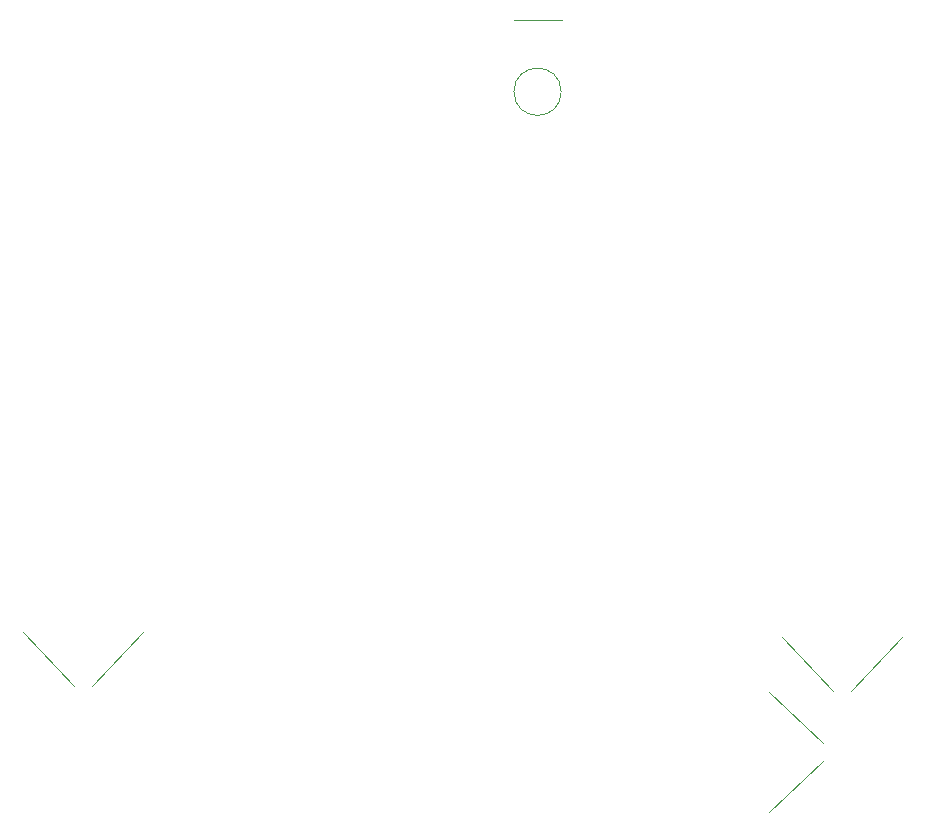
<source format=gbr>
%TF.GenerationSoftware,KiCad,Pcbnew,(6.0.7)*%
%TF.CreationDate,2022-08-28T03:54:24+08:00*%
%TF.ProjectId,6_1k,365f316b-2e6b-4696-9361-645f70636258,rev?*%
%TF.SameCoordinates,Original*%
%TF.FileFunction,Legend,Bot*%
%TF.FilePolarity,Positive*%
%FSLAX46Y46*%
G04 Gerber Fmt 4.6, Leading zero omitted, Abs format (unit mm)*
G04 Created by KiCad (PCBNEW (6.0.7)) date 2022-08-28 03:54:24*
%MOMM*%
%LPD*%
G01*
G04 APERTURE LIST*
%ADD10C,0.120000*%
G04 APERTURE END LIST*
D10*
%TO.C,P2*%
X93948000Y-66719200D02*
G75*
G03*
X93948000Y-66719200I-2000000J0D01*
G01*
X93980000Y-60655200D02*
X89916000Y-60655200D01*
%TO.C,Rl2*%
X116100600Y-121897400D02*
X111528600Y-117579400D01*
X116100600Y-123421400D02*
X111528600Y-127739400D01*
%TO.C,Rl6*%
X118496600Y-117418600D02*
X122814600Y-112846600D01*
X116972600Y-117418600D02*
X112654600Y-112846600D01*
%TO.C,Rl4*%
X54203600Y-117048800D02*
X58521600Y-112476800D01*
X52679600Y-117048800D02*
X48361600Y-112476800D01*
%TD*%
M02*

</source>
